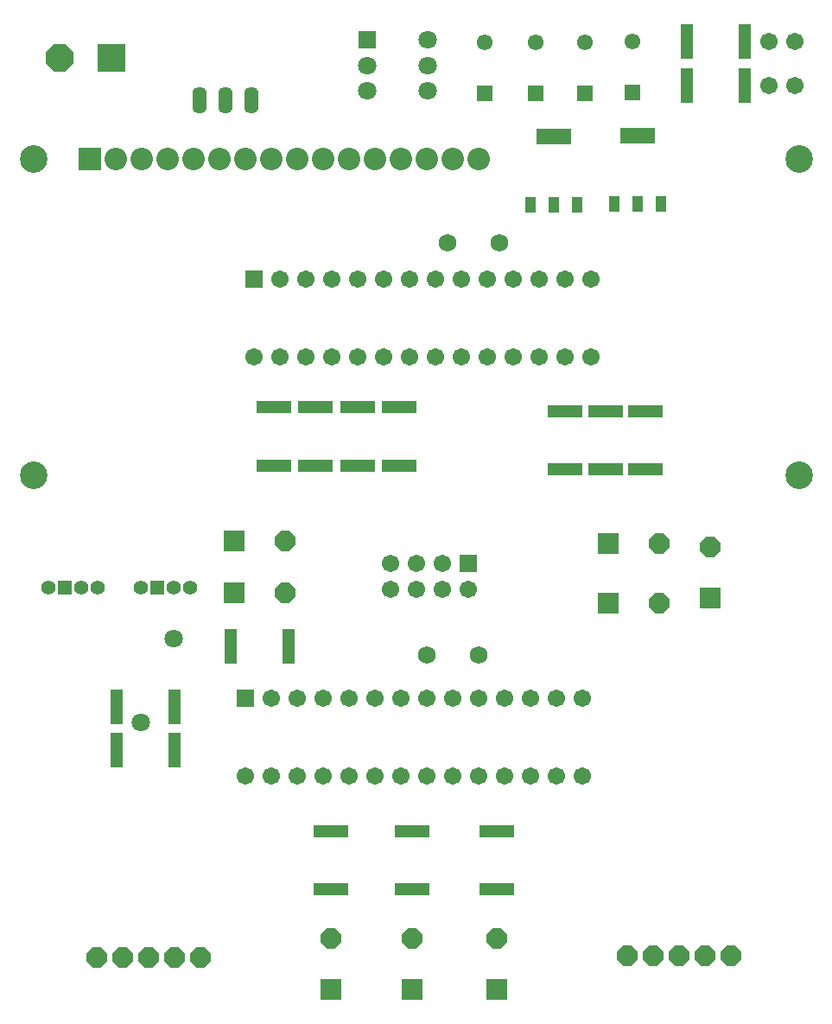
<source format=gbs>
G04 Layer_Color=16711935*
%FSLAX25Y25*%
%MOIN*%
G70*
G01*
G75*
%ADD43R,0.06706X0.06706*%
%ADD44C,0.06706*%
%ADD45R,0.06115X0.06115*%
%ADD46C,0.06115*%
%ADD47O,0.05600X0.10400*%
%ADD48R,0.10642X0.10642*%
%ADD49P,0.11519X8X22.5*%
%ADD50P,0.08536X8X22.5*%
%ADD51R,0.07887X0.07887*%
%ADD52P,0.08536X8X112.5*%
%ADD53R,0.07887X0.07887*%
%ADD54C,0.10642*%
%ADD55R,0.08674X0.08674*%
%ADD56C,0.08674*%
%ADD57R,0.06706X0.06706*%
%ADD58C,0.05524*%
%ADD59R,0.05524X0.05524*%
%ADD60C,0.06800*%
%ADD61R,0.07099X0.07099*%
%ADD62C,0.07099*%
%ADD63R,0.13792X0.05131*%
%ADD64R,0.05131X0.13792*%
%ADD65R,0.13556X0.05958*%
%ADD66R,0.04461X0.05958*%
D43*
X295000Y433500D02*
D03*
X298500Y595000D02*
D03*
D44*
X305000Y433500D02*
D03*
X315000D02*
D03*
X325000D02*
D03*
X335000D02*
D03*
X345000D02*
D03*
X355000D02*
D03*
X365000D02*
D03*
X375000D02*
D03*
X385000D02*
D03*
X395000D02*
D03*
X405000D02*
D03*
X415000D02*
D03*
X425000D02*
D03*
X295000Y403500D02*
D03*
X305000D02*
D03*
X315000D02*
D03*
X325000D02*
D03*
X335000D02*
D03*
X345000D02*
D03*
X355000D02*
D03*
X365000D02*
D03*
X375000D02*
D03*
X385000D02*
D03*
X395000D02*
D03*
X405000D02*
D03*
X415000D02*
D03*
X425000D02*
D03*
X507000Y686657D02*
D03*
X497000D02*
D03*
X507000Y669657D02*
D03*
X497000D02*
D03*
X381000Y475500D02*
D03*
X371000Y485500D02*
D03*
Y475500D02*
D03*
X361000Y485500D02*
D03*
Y475500D02*
D03*
X351000Y485500D02*
D03*
Y475500D02*
D03*
X308500Y595000D02*
D03*
X318500D02*
D03*
X328500D02*
D03*
X338500D02*
D03*
X348500D02*
D03*
X358500D02*
D03*
X368500D02*
D03*
X378500D02*
D03*
X388500D02*
D03*
X398500D02*
D03*
X408500D02*
D03*
X418500D02*
D03*
X428500D02*
D03*
X298500Y565000D02*
D03*
X308500D02*
D03*
X318500D02*
D03*
X328500D02*
D03*
X338500D02*
D03*
X348500D02*
D03*
X358500D02*
D03*
X368500D02*
D03*
X378500D02*
D03*
X388500D02*
D03*
X398500D02*
D03*
X408500D02*
D03*
X418500D02*
D03*
X428500D02*
D03*
D45*
X407000Y666657D02*
D03*
X387500D02*
D03*
X444500Y667157D02*
D03*
X426000Y666657D02*
D03*
D46*
X407000Y686343D02*
D03*
X387500D02*
D03*
X444500Y686843D02*
D03*
X426000Y686343D02*
D03*
D47*
X297500Y664000D02*
D03*
X277500D02*
D03*
X287500D02*
D03*
D48*
X243500Y680500D02*
D03*
D49*
X223500D02*
D03*
D50*
X310343Y474000D02*
D03*
Y494000D02*
D03*
X454843Y470000D02*
D03*
Y493000D02*
D03*
X257681Y333500D02*
D03*
X462500Y334000D02*
D03*
D51*
X290657Y474000D02*
D03*
Y494000D02*
D03*
X435157Y470000D02*
D03*
Y493000D02*
D03*
D52*
X474500Y491843D02*
D03*
X237681Y333500D02*
D03*
X247681D02*
D03*
X267681D02*
D03*
X277681D02*
D03*
X442500Y334000D02*
D03*
X452500D02*
D03*
X472500D02*
D03*
X482500D02*
D03*
X328000Y340843D02*
D03*
X359500D02*
D03*
X392000D02*
D03*
D53*
X474500Y472157D02*
D03*
X328000Y321157D02*
D03*
X359500D02*
D03*
X392000D02*
D03*
D54*
X213346Y641500D02*
D03*
Y519453D02*
D03*
X508622D02*
D03*
Y641500D02*
D03*
D55*
X235000D02*
D03*
D56*
X245000D02*
D03*
X255000D02*
D03*
X275000D02*
D03*
X265000D02*
D03*
X305000D02*
D03*
X315000D02*
D03*
X295000D02*
D03*
X285000D02*
D03*
X355000D02*
D03*
X365000D02*
D03*
X385000D02*
D03*
X375000D02*
D03*
X335000D02*
D03*
X345000D02*
D03*
X325000D02*
D03*
D57*
X381000Y485500D02*
D03*
D58*
X273598Y476000D02*
D03*
X254701D02*
D03*
X267299D02*
D03*
X237898D02*
D03*
X219000D02*
D03*
X231598D02*
D03*
D59*
X261000D02*
D03*
X225299D02*
D03*
D60*
X365000Y450000D02*
D03*
X385000D02*
D03*
X373000Y609000D02*
D03*
X393000D02*
D03*
D61*
X341878Y687343D02*
D03*
D62*
Y677500D02*
D03*
Y667657D02*
D03*
X365500D02*
D03*
Y677500D02*
D03*
Y687343D02*
D03*
X254701Y424021D02*
D03*
X267299Y456320D02*
D03*
D63*
X328000Y359780D02*
D03*
Y382220D02*
D03*
X359500Y359780D02*
D03*
Y382220D02*
D03*
X392000Y359780D02*
D03*
Y382220D02*
D03*
X354500Y545720D02*
D03*
Y523280D02*
D03*
X418500Y544220D02*
D03*
Y521780D02*
D03*
X434000Y544220D02*
D03*
Y521780D02*
D03*
X338500Y545720D02*
D03*
Y523280D02*
D03*
X322000Y545720D02*
D03*
Y523280D02*
D03*
X306000D02*
D03*
Y545720D02*
D03*
X449500Y544220D02*
D03*
Y521780D02*
D03*
D64*
X267720Y413500D02*
D03*
X245280D02*
D03*
X267720Y430000D02*
D03*
X245280D02*
D03*
X487720Y686657D02*
D03*
X465280D02*
D03*
Y669657D02*
D03*
X487720D02*
D03*
X289280Y453500D02*
D03*
X311720D02*
D03*
D65*
X414000Y650169D02*
D03*
X446500Y650338D02*
D03*
D66*
X404984Y623831D02*
D03*
X414000D02*
D03*
X423016D02*
D03*
X437484Y624000D02*
D03*
X446500D02*
D03*
X455516D02*
D03*
M02*

</source>
